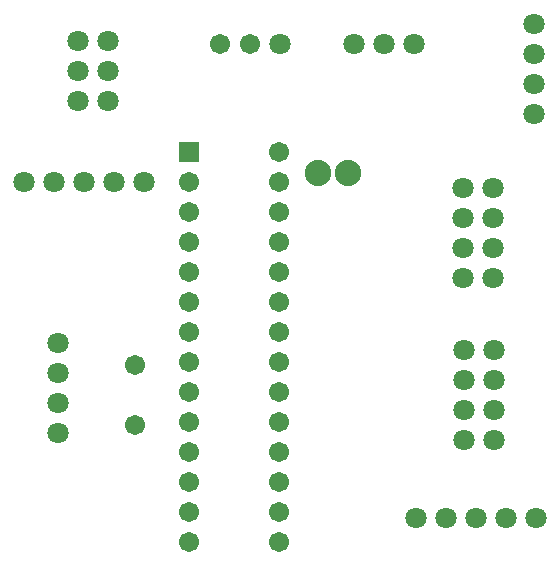
<source format=gbs>
G04 ---------------------------- Layer name :BOTTOM SOLDER LAYER*
G04 EasyEDA v5.8.22, Sun, 20 Jan 2019 09:53:09 GMT*
G04 867d7e44f41141d591986c9d2056cd44*
G04 Gerber Generator version 0.2*
G04 Scale: 100 percent, Rotated: No, Reflected: No *
G04 Dimensions in millimeters *
G04 leading zeros omitted , absolute positions ,3 integer and 3 decimal *
%FSLAX33Y33*%
%MOMM*%
G90*
G71D02*

%ADD24C,2.235200*%
%ADD25C,1.703197*%
%ADD26C,1.803197*%
%ADD27R,1.703197X1.703197*%

%LPD*%
G54D24*
G01X29972Y33997D03*
G01X27391Y33997D03*
G54D25*
G01X11938Y17741D03*
G01X11938Y12661D03*
G54D26*
G01X7112Y45173D03*
G01X9652Y45173D03*
G01X7112Y42633D03*
G01X9652Y42633D03*
G01X7112Y40093D03*
G01X9652Y40093D03*
G54D25*
G01X24130Y2755D03*
G01X24130Y5295D03*
G01X24130Y7835D03*
G01X24130Y10375D03*
G01X24130Y12915D03*
G01X24130Y15455D03*
G01X24130Y17995D03*
G01X24130Y20535D03*
G01X24130Y23075D03*
G01X24130Y25615D03*
G01X24130Y28155D03*
G01X24130Y30695D03*
G01X24130Y33235D03*
G01X24130Y35775D03*
G01X16510Y2755D03*
G01X16510Y5295D03*
G01X16510Y7835D03*
G01X16510Y10375D03*
G01X16510Y12915D03*
G01X16510Y15455D03*
G01X16510Y17995D03*
G01X16510Y20535D03*
G01X16510Y23075D03*
G01X16510Y25615D03*
G01X16510Y28155D03*
G01X16510Y30695D03*
G01X16510Y33235D03*
G54D27*
G01X16510Y35775D03*
G54D26*
G01X45707Y41611D03*
G01X45707Y44151D03*
G01X45707Y39071D03*
G01X45707Y46691D03*
G01X5428Y12062D03*
G01X5428Y14602D03*
G01X5428Y17142D03*
G01X5428Y19682D03*
G01X35740Y4823D03*
G01X38280Y4823D03*
G01X40820Y4823D03*
G01X43360Y4823D03*
G01X45900Y4823D03*
G01X39673Y30185D03*
G01X42213Y30185D03*
G01X39673Y27645D03*
G01X42213Y27645D03*
G01X39673Y25105D03*
G01X42213Y25105D03*
G01X39673Y32725D03*
G01X42213Y32725D03*
G01X39757Y16469D03*
G01X42297Y16469D03*
G01X39757Y13929D03*
G01X42297Y13929D03*
G01X39757Y11389D03*
G01X42297Y11389D03*
G01X39757Y19009D03*
G01X42297Y19009D03*
G01X24188Y44955D03*
G54D25*
G01X19108Y44955D03*
G01X21648Y44955D03*
G54D26*
G01X30480Y44919D03*
G01X33020Y44919D03*
G01X35560Y44919D03*
G01X5080Y33235D03*
G01X7620Y33235D03*
G01X10160Y33235D03*
G01X2540Y33235D03*
G01X12700Y33235D03*
M00*
M02*

</source>
